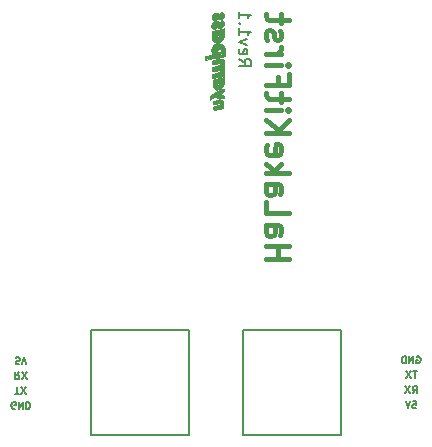
<source format=gbo>
G04 #@! TF.GenerationSoftware,KiCad,Pcbnew,no-vcs-found-7452~57~ubuntu16.10.1*
G04 #@! TF.CreationDate,2017-01-19T15:17:35+09:00*
G04 #@! TF.ProjectId,halakekit_first_break,68616C616B656B69745F66697273745F,rev?*
G04 #@! TF.FileFunction,Legend,Bot*
G04 #@! TF.FilePolarity,Positive*
%FSLAX46Y46*%
G04 Gerber Fmt 4.6, Leading zero omitted, Abs format (unit mm)*
G04 Created by KiCad (PCBNEW no-vcs-found-7452~57~ubuntu16.10.1) date Thu Jan 19 15:17:35 2017*
%MOMM*%
%LPD*%
G01*
G04 APERTURE LIST*
%ADD10C,0.100000*%
%ADD11C,0.200000*%
%ADD12C,0.400000*%
%ADD13C,0.150000*%
%ADD14C,0.010000*%
%ADD15C,1.924000*%
%ADD16O,2.432000X2.127200*%
%ADD17O,2.127200X2.432000*%
%ADD18O,2.400000X2.100000*%
%ADD19O,2.400000X1.400000*%
%ADD20C,2.100000*%
G04 APERTURE END LIST*
D10*
D11*
X146715219Y-118632076D02*
X147191409Y-118965409D01*
X146715219Y-119203504D02*
X147715219Y-119203504D01*
X147715219Y-118822552D01*
X147667600Y-118727314D01*
X147619980Y-118679695D01*
X147524742Y-118632076D01*
X147381885Y-118632076D01*
X147286647Y-118679695D01*
X147239028Y-118727314D01*
X147191409Y-118822552D01*
X147191409Y-119203504D01*
X146762838Y-117822552D02*
X146715219Y-117917790D01*
X146715219Y-118108266D01*
X146762838Y-118203504D01*
X146858076Y-118251123D01*
X147239028Y-118251123D01*
X147334266Y-118203504D01*
X147381885Y-118108266D01*
X147381885Y-117917790D01*
X147334266Y-117822552D01*
X147239028Y-117774933D01*
X147143790Y-117774933D01*
X147048552Y-118251123D01*
X147381885Y-117441600D02*
X146715219Y-117203504D01*
X147381885Y-116965409D01*
X146715219Y-116060647D02*
X146715219Y-116632076D01*
X146715219Y-116346361D02*
X147715219Y-116346361D01*
X147572361Y-116441600D01*
X147477123Y-116536838D01*
X147429504Y-116632076D01*
X146810457Y-115632076D02*
X146762838Y-115584457D01*
X146715219Y-115632076D01*
X146762838Y-115679695D01*
X146810457Y-115632076D01*
X146715219Y-115632076D01*
X146715219Y-114632076D02*
X146715219Y-115203504D01*
X146715219Y-114917790D02*
X147715219Y-114917790D01*
X147572361Y-115013028D01*
X147477123Y-115108266D01*
X147429504Y-115203504D01*
D12*
X148955238Y-135612495D02*
X150955238Y-135612495D01*
X150002857Y-135612495D02*
X150002857Y-134469638D01*
X148955238Y-134469638D02*
X150955238Y-134469638D01*
X148955238Y-132660114D02*
X150002857Y-132660114D01*
X150193333Y-132755352D01*
X150288571Y-132945828D01*
X150288571Y-133326780D01*
X150193333Y-133517257D01*
X149050476Y-132660114D02*
X148955238Y-132850590D01*
X148955238Y-133326780D01*
X149050476Y-133517257D01*
X149240952Y-133612495D01*
X149431428Y-133612495D01*
X149621904Y-133517257D01*
X149717142Y-133326780D01*
X149717142Y-132850590D01*
X149812380Y-132660114D01*
X148955238Y-130755352D02*
X148955238Y-131707733D01*
X150955238Y-131707733D01*
X148955238Y-129231542D02*
X150002857Y-129231542D01*
X150193333Y-129326780D01*
X150288571Y-129517257D01*
X150288571Y-129898209D01*
X150193333Y-130088685D01*
X149050476Y-129231542D02*
X148955238Y-129422019D01*
X148955238Y-129898209D01*
X149050476Y-130088685D01*
X149240952Y-130183923D01*
X149431428Y-130183923D01*
X149621904Y-130088685D01*
X149717142Y-129898209D01*
X149717142Y-129422019D01*
X149812380Y-129231542D01*
X148955238Y-128279161D02*
X150955238Y-128279161D01*
X149717142Y-128088685D02*
X148955238Y-127517257D01*
X150288571Y-127517257D02*
X149526666Y-128279161D01*
X149050476Y-125898209D02*
X148955238Y-126088685D01*
X148955238Y-126469638D01*
X149050476Y-126660114D01*
X149240952Y-126755352D01*
X150002857Y-126755352D01*
X150193333Y-126660114D01*
X150288571Y-126469638D01*
X150288571Y-126088685D01*
X150193333Y-125898209D01*
X150002857Y-125802971D01*
X149812380Y-125802971D01*
X149621904Y-126755352D01*
X148955238Y-124945828D02*
X150955238Y-124945828D01*
X148955238Y-123802971D02*
X150098095Y-124660114D01*
X150955238Y-123802971D02*
X149812380Y-124945828D01*
X148955238Y-122945828D02*
X150288571Y-122945828D01*
X150955238Y-122945828D02*
X150860000Y-123041066D01*
X150764761Y-122945828D01*
X150860000Y-122850590D01*
X150955238Y-122945828D01*
X150764761Y-122945828D01*
X150288571Y-122279161D02*
X150288571Y-121517257D01*
X150955238Y-121993447D02*
X149240952Y-121993447D01*
X149050476Y-121898209D01*
X148955238Y-121707733D01*
X148955238Y-121517257D01*
X150002857Y-120183923D02*
X150002857Y-120850590D01*
X148955238Y-120850590D02*
X150955238Y-120850590D01*
X150955238Y-119898209D01*
X148955238Y-119136304D02*
X150288571Y-119136304D01*
X150955238Y-119136304D02*
X150860000Y-119231542D01*
X150764761Y-119136304D01*
X150860000Y-119041066D01*
X150955238Y-119136304D01*
X150764761Y-119136304D01*
X148955238Y-118183923D02*
X150288571Y-118183923D01*
X149907619Y-118183923D02*
X150098095Y-118088685D01*
X150193333Y-117993447D01*
X150288571Y-117802971D01*
X150288571Y-117612495D01*
X149050476Y-117041066D02*
X148955238Y-116850590D01*
X148955238Y-116469638D01*
X149050476Y-116279161D01*
X149240952Y-116183923D01*
X149336190Y-116183923D01*
X149526666Y-116279161D01*
X149621904Y-116469638D01*
X149621904Y-116755352D01*
X149717142Y-116945828D01*
X149907619Y-117041066D01*
X150002857Y-117041066D01*
X150193333Y-116945828D01*
X150288571Y-116755352D01*
X150288571Y-116469638D01*
X150193333Y-116279161D01*
X150288571Y-115612495D02*
X150288571Y-114850590D01*
X150955238Y-115326780D02*
X149240952Y-115326780D01*
X149050476Y-115231542D01*
X148955238Y-115041066D01*
X148955238Y-114850590D01*
D11*
X147066000Y-141605000D02*
X155321000Y-141605000D01*
X155321000Y-141605000D02*
X155321000Y-150495000D01*
X155321000Y-150495000D02*
X147066000Y-150495000D01*
X147066000Y-150495000D02*
X147066000Y-141605000D01*
D13*
X161747142Y-143845000D02*
X161804285Y-143816428D01*
X161890000Y-143816428D01*
X161975714Y-143845000D01*
X162032857Y-143902142D01*
X162061428Y-143959285D01*
X162090000Y-144073571D01*
X162090000Y-144159285D01*
X162061428Y-144273571D01*
X162032857Y-144330714D01*
X161975714Y-144387857D01*
X161890000Y-144416428D01*
X161832857Y-144416428D01*
X161747142Y-144387857D01*
X161718571Y-144359285D01*
X161718571Y-144159285D01*
X161832857Y-144159285D01*
X161461428Y-144416428D02*
X161461428Y-143816428D01*
X161118571Y-144416428D01*
X161118571Y-143816428D01*
X160832857Y-144416428D02*
X160832857Y-143816428D01*
X160690000Y-143816428D01*
X160604285Y-143845000D01*
X160547142Y-143902142D01*
X160518571Y-143959285D01*
X160490000Y-144073571D01*
X160490000Y-144159285D01*
X160518571Y-144273571D01*
X160547142Y-144330714D01*
X160604285Y-144387857D01*
X160690000Y-144416428D01*
X160832857Y-144416428D01*
X161747142Y-145086428D02*
X161404285Y-145086428D01*
X161575714Y-145686428D02*
X161575714Y-145086428D01*
X161261428Y-145086428D02*
X160861428Y-145686428D01*
X160861428Y-145086428D02*
X161261428Y-145686428D01*
X161390000Y-146956428D02*
X161590000Y-146670714D01*
X161732857Y-146956428D02*
X161732857Y-146356428D01*
X161504285Y-146356428D01*
X161447142Y-146385000D01*
X161418571Y-146413571D01*
X161390000Y-146470714D01*
X161390000Y-146556428D01*
X161418571Y-146613571D01*
X161447142Y-146642142D01*
X161504285Y-146670714D01*
X161732857Y-146670714D01*
X161190000Y-146356428D02*
X160790000Y-146956428D01*
X160790000Y-146356428D02*
X161190000Y-146956428D01*
X161404285Y-147626428D02*
X161690000Y-147626428D01*
X161718571Y-147912142D01*
X161690000Y-147883571D01*
X161632857Y-147855000D01*
X161490000Y-147855000D01*
X161432857Y-147883571D01*
X161404285Y-147912142D01*
X161375714Y-147969285D01*
X161375714Y-148112142D01*
X161404285Y-148169285D01*
X161432857Y-148197857D01*
X161490000Y-148226428D01*
X161632857Y-148226428D01*
X161690000Y-148197857D01*
X161718571Y-148169285D01*
X161204285Y-147626428D02*
X161004285Y-148226428D01*
X160804285Y-147626428D01*
X128092214Y-144473571D02*
X127806500Y-144473571D01*
X127777928Y-144187857D01*
X127806500Y-144216428D01*
X127863642Y-144245000D01*
X128006500Y-144245000D01*
X128063642Y-144216428D01*
X128092214Y-144187857D01*
X128120785Y-144130714D01*
X128120785Y-143987857D01*
X128092214Y-143930714D01*
X128063642Y-143902142D01*
X128006500Y-143873571D01*
X127863642Y-143873571D01*
X127806500Y-143902142D01*
X127777928Y-143930714D01*
X128292214Y-144473571D02*
X128492214Y-143873571D01*
X128692214Y-144473571D01*
X128106500Y-145143571D02*
X127906500Y-145429285D01*
X127763642Y-145143571D02*
X127763642Y-145743571D01*
X127992214Y-145743571D01*
X128049357Y-145715000D01*
X128077928Y-145686428D01*
X128106500Y-145629285D01*
X128106500Y-145543571D01*
X128077928Y-145486428D01*
X128049357Y-145457857D01*
X127992214Y-145429285D01*
X127763642Y-145429285D01*
X128306500Y-145743571D02*
X128706500Y-145143571D01*
X128706500Y-145743571D02*
X128306500Y-145143571D01*
X127749357Y-147013571D02*
X128092214Y-147013571D01*
X127920785Y-146413571D02*
X127920785Y-147013571D01*
X128235071Y-147013571D02*
X128635071Y-146413571D01*
X128635071Y-147013571D02*
X128235071Y-146413571D01*
X127749357Y-148255000D02*
X127692214Y-148283571D01*
X127606500Y-148283571D01*
X127520785Y-148255000D01*
X127463642Y-148197857D01*
X127435071Y-148140714D01*
X127406500Y-148026428D01*
X127406500Y-147940714D01*
X127435071Y-147826428D01*
X127463642Y-147769285D01*
X127520785Y-147712142D01*
X127606500Y-147683571D01*
X127663642Y-147683571D01*
X127749357Y-147712142D01*
X127777928Y-147740714D01*
X127777928Y-147940714D01*
X127663642Y-147940714D01*
X128035071Y-147683571D02*
X128035071Y-148283571D01*
X128377928Y-147683571D01*
X128377928Y-148283571D01*
X128663642Y-147683571D02*
X128663642Y-148283571D01*
X128806500Y-148283571D01*
X128892214Y-148255000D01*
X128949357Y-148197857D01*
X128977928Y-148140714D01*
X129006500Y-148026428D01*
X129006500Y-147940714D01*
X128977928Y-147826428D01*
X128949357Y-147769285D01*
X128892214Y-147712142D01*
X128806500Y-147683571D01*
X128663642Y-147683571D01*
D11*
X142430500Y-141605000D02*
X142430500Y-150495000D01*
X134175500Y-141605000D02*
X142430500Y-141605000D01*
X134175500Y-150495000D02*
X134175500Y-141605000D01*
X142430500Y-150495000D02*
X134175500Y-150495000D01*
D14*
G36*
X145535673Y-118326246D02*
X145526137Y-118302920D01*
X145513476Y-118226596D01*
X145506681Y-118104562D01*
X145507160Y-117966601D01*
X145496545Y-117761855D01*
X145443835Y-117602372D01*
X145340381Y-117469009D01*
X145247240Y-117391251D01*
X145121504Y-117334817D01*
X144961542Y-117311961D01*
X144796814Y-117322734D01*
X144656783Y-117367189D01*
X144619803Y-117390157D01*
X144470873Y-117541712D01*
X144380418Y-117723046D01*
X144352561Y-117920152D01*
X144391422Y-118119021D01*
X144399419Y-118139146D01*
X144426485Y-118206413D01*
X144433236Y-118251840D01*
X144409038Y-118282677D01*
X144343256Y-118306175D01*
X144225254Y-118329582D01*
X144085378Y-118353239D01*
X143807543Y-118399923D01*
X143807543Y-118772204D01*
X144588842Y-118600774D01*
X144642115Y-118589116D01*
X144642115Y-117701863D01*
X144642115Y-117610530D01*
X144651698Y-117535966D01*
X144669329Y-117504629D01*
X144722700Y-117501743D01*
X144772287Y-117511559D01*
X144818034Y-117528933D01*
X144816297Y-117553738D01*
X144762716Y-117602936D01*
X144745073Y-117617460D01*
X144642115Y-117701863D01*
X144642115Y-118589116D01*
X144876768Y-118537761D01*
X145101455Y-118488455D01*
X145153950Y-118476653D01*
X145153950Y-118278480D01*
X145020089Y-118264371D01*
X144970166Y-118252059D01*
X144920615Y-118235434D01*
X144920691Y-118217321D01*
X144977446Y-118187585D01*
X145027052Y-118166167D01*
X145027052Y-118089320D01*
X144930608Y-118073260D01*
X144870816Y-118014063D01*
X144857762Y-117933357D01*
X144901529Y-117852768D01*
X144912260Y-117843144D01*
X144988578Y-117812968D01*
X145048332Y-117811486D01*
X145106043Y-117832827D01*
X145129108Y-117889336D01*
X145131972Y-117950343D01*
X145124715Y-118037179D01*
X145090825Y-118076014D01*
X145027052Y-118089320D01*
X145027052Y-118166167D01*
X145031173Y-118164387D01*
X145145347Y-118096751D01*
X145228072Y-118012737D01*
X145236883Y-117998247D01*
X145292352Y-117895915D01*
X145293309Y-118004772D01*
X145281816Y-118155372D01*
X145238278Y-118244378D01*
X145153950Y-118278480D01*
X145153950Y-118476653D01*
X145270429Y-118450465D01*
X145391214Y-118421399D01*
X145471335Y-118398867D01*
X145518316Y-118380476D01*
X145539683Y-118363837D01*
X145542960Y-118346557D01*
X145535673Y-118326246D01*
X145535673Y-118326246D01*
G37*
X145535673Y-118326246D02*
X145526137Y-118302920D01*
X145513476Y-118226596D01*
X145506681Y-118104562D01*
X145507160Y-117966601D01*
X145496545Y-117761855D01*
X145443835Y-117602372D01*
X145340381Y-117469009D01*
X145247240Y-117391251D01*
X145121504Y-117334817D01*
X144961542Y-117311961D01*
X144796814Y-117322734D01*
X144656783Y-117367189D01*
X144619803Y-117390157D01*
X144470873Y-117541712D01*
X144380418Y-117723046D01*
X144352561Y-117920152D01*
X144391422Y-118119021D01*
X144399419Y-118139146D01*
X144426485Y-118206413D01*
X144433236Y-118251840D01*
X144409038Y-118282677D01*
X144343256Y-118306175D01*
X144225254Y-118329582D01*
X144085378Y-118353239D01*
X143807543Y-118399923D01*
X143807543Y-118772204D01*
X144588842Y-118600774D01*
X144642115Y-118589116D01*
X144642115Y-117701863D01*
X144642115Y-117610530D01*
X144651698Y-117535966D01*
X144669329Y-117504629D01*
X144722700Y-117501743D01*
X144772287Y-117511559D01*
X144818034Y-117528933D01*
X144816297Y-117553738D01*
X144762716Y-117602936D01*
X144745073Y-117617460D01*
X144642115Y-117701863D01*
X144642115Y-118589116D01*
X144876768Y-118537761D01*
X145101455Y-118488455D01*
X145153950Y-118476653D01*
X145153950Y-118278480D01*
X145020089Y-118264371D01*
X144970166Y-118252059D01*
X144920615Y-118235434D01*
X144920691Y-118217321D01*
X144977446Y-118187585D01*
X145027052Y-118166167D01*
X145027052Y-118089320D01*
X144930608Y-118073260D01*
X144870816Y-118014063D01*
X144857762Y-117933357D01*
X144901529Y-117852768D01*
X144912260Y-117843144D01*
X144988578Y-117812968D01*
X145048332Y-117811486D01*
X145106043Y-117832827D01*
X145129108Y-117889336D01*
X145131972Y-117950343D01*
X145124715Y-118037179D01*
X145090825Y-118076014D01*
X145027052Y-118089320D01*
X145027052Y-118166167D01*
X145031173Y-118164387D01*
X145145347Y-118096751D01*
X145228072Y-118012737D01*
X145236883Y-117998247D01*
X145292352Y-117895915D01*
X145293309Y-118004772D01*
X145281816Y-118155372D01*
X145238278Y-118244378D01*
X145153950Y-118278480D01*
X145153950Y-118476653D01*
X145270429Y-118450465D01*
X145391214Y-118421399D01*
X145471335Y-118398867D01*
X145518316Y-118380476D01*
X145539683Y-118363837D01*
X145542960Y-118346557D01*
X145535673Y-118326246D01*
G36*
X145402616Y-121221913D02*
X145392858Y-121178933D01*
X145366947Y-121158852D01*
X145316990Y-121163843D01*
X145235094Y-121196078D01*
X145113365Y-121257730D01*
X144943911Y-121350972D01*
X144731700Y-121470696D01*
X144206686Y-121767825D01*
X144206686Y-121927370D01*
X144210484Y-122023482D01*
X144220068Y-122080316D01*
X144225379Y-122086915D01*
X144264294Y-122070412D01*
X144347325Y-122027364D01*
X144445259Y-121973371D01*
X144646447Y-121859828D01*
X145010095Y-121932348D01*
X145185115Y-121965787D01*
X145300546Y-121980114D01*
X145367813Y-121971162D01*
X145398343Y-121934763D01*
X145403563Y-121866750D01*
X145397600Y-121791012D01*
X145378166Y-121703520D01*
X145331105Y-121665037D01*
X145295258Y-121657485D01*
X145201353Y-121633877D01*
X145178395Y-121596617D01*
X145226152Y-121544060D01*
X145274805Y-121512514D01*
X145359149Y-121453665D01*
X145395935Y-121389995D01*
X145404113Y-121288257D01*
X145404115Y-121285621D01*
X145402616Y-121221913D01*
X145402616Y-121221913D01*
G37*
X145402616Y-121221913D02*
X145392858Y-121178933D01*
X145366947Y-121158852D01*
X145316990Y-121163843D01*
X145235094Y-121196078D01*
X145113365Y-121257730D01*
X144943911Y-121350972D01*
X144731700Y-121470696D01*
X144206686Y-121767825D01*
X144206686Y-121927370D01*
X144210484Y-122023482D01*
X144220068Y-122080316D01*
X144225379Y-122086915D01*
X144264294Y-122070412D01*
X144347325Y-122027364D01*
X144445259Y-121973371D01*
X144646447Y-121859828D01*
X145010095Y-121932348D01*
X145185115Y-121965787D01*
X145300546Y-121980114D01*
X145367813Y-121971162D01*
X145398343Y-121934763D01*
X145403563Y-121866750D01*
X145397600Y-121791012D01*
X145378166Y-121703520D01*
X145331105Y-121665037D01*
X145295258Y-121657485D01*
X145201353Y-121633877D01*
X145178395Y-121596617D01*
X145226152Y-121544060D01*
X145274805Y-121512514D01*
X145359149Y-121453665D01*
X145395935Y-121389995D01*
X145404113Y-121288257D01*
X145404115Y-121285621D01*
X145402616Y-121221913D01*
G36*
X145401557Y-115491385D02*
X145365195Y-115433380D01*
X145280297Y-115352480D01*
X145208728Y-115342859D01*
X145150223Y-115404586D01*
X145114421Y-115498941D01*
X145069297Y-115660111D01*
X144979480Y-115553370D01*
X144877081Y-115468003D01*
X144782230Y-115446629D01*
X144630048Y-115474310D01*
X144504054Y-115548055D01*
X144412180Y-115653911D01*
X144362356Y-115777928D01*
X144362516Y-115906156D01*
X144420589Y-116024644D01*
X144440894Y-116046993D01*
X144541016Y-116122140D01*
X144622238Y-116127407D01*
X144685918Y-116062597D01*
X144709967Y-116008445D01*
X144732829Y-115945222D01*
X144732829Y-115845772D01*
X144714686Y-115827629D01*
X144732829Y-115809486D01*
X144750972Y-115827629D01*
X144732829Y-115845772D01*
X144732829Y-115945222D01*
X144756112Y-115880833D01*
X144849150Y-115954017D01*
X144949479Y-116012480D01*
X145053945Y-116021396D01*
X145187129Y-115982264D01*
X145203299Y-115975630D01*
X145329187Y-115889740D01*
X145407924Y-115767907D01*
X145433913Y-115628875D01*
X145401557Y-115491385D01*
X145401557Y-115491385D01*
G37*
X145401557Y-115491385D02*
X145365195Y-115433380D01*
X145280297Y-115352480D01*
X145208728Y-115342859D01*
X145150223Y-115404586D01*
X145114421Y-115498941D01*
X145069297Y-115660111D01*
X144979480Y-115553370D01*
X144877081Y-115468003D01*
X144782230Y-115446629D01*
X144630048Y-115474310D01*
X144504054Y-115548055D01*
X144412180Y-115653911D01*
X144362356Y-115777928D01*
X144362516Y-115906156D01*
X144420589Y-116024644D01*
X144440894Y-116046993D01*
X144541016Y-116122140D01*
X144622238Y-116127407D01*
X144685918Y-116062597D01*
X144709967Y-116008445D01*
X144732829Y-115945222D01*
X144732829Y-115845772D01*
X144714686Y-115827629D01*
X144732829Y-115809486D01*
X144750972Y-115827629D01*
X144732829Y-115845772D01*
X144732829Y-115945222D01*
X144756112Y-115880833D01*
X144849150Y-115954017D01*
X144949479Y-116012480D01*
X145053945Y-116021396D01*
X145187129Y-115982264D01*
X145203299Y-115975630D01*
X145329187Y-115889740D01*
X145407924Y-115767907D01*
X145433913Y-115628875D01*
X145401557Y-115491385D01*
G36*
X145425292Y-116160366D02*
X145415710Y-116082489D01*
X145406033Y-116063486D01*
X145360040Y-116070753D01*
X145260015Y-116090174D01*
X145122773Y-116118184D01*
X144965131Y-116151215D01*
X144803903Y-116185702D01*
X144655907Y-116218076D01*
X144537958Y-116244771D01*
X144466872Y-116262221D01*
X144460686Y-116264003D01*
X144433907Y-116287904D01*
X144415931Y-116348236D01*
X144404717Y-116456948D01*
X144398224Y-116625991D01*
X144398126Y-116630143D01*
X144389995Y-116979767D01*
X144512426Y-117102198D01*
X144609913Y-117184226D01*
X144702928Y-117219162D01*
X144774557Y-117223832D01*
X144859461Y-117209065D01*
X144859461Y-116807226D01*
X144802301Y-116766904D01*
X144794219Y-116686300D01*
X144814933Y-116616591D01*
X144870659Y-116591581D01*
X144914257Y-116589629D01*
X144997489Y-116603278D01*
X145031602Y-116652523D01*
X145033937Y-116665376D01*
X145016465Y-116753168D01*
X144950544Y-116806356D01*
X144859461Y-116807226D01*
X144859461Y-117209065D01*
X144971102Y-117189646D01*
X145157698Y-117098198D01*
X145307724Y-116962855D01*
X145316441Y-116951725D01*
X145363523Y-116884995D01*
X145394247Y-116821024D01*
X145412646Y-116741493D01*
X145422754Y-116628086D01*
X145428603Y-116462486D01*
X145429173Y-116439775D01*
X145430089Y-116284483D01*
X145425292Y-116160366D01*
X145425292Y-116160366D01*
G37*
X145425292Y-116160366D02*
X145415710Y-116082489D01*
X145406033Y-116063486D01*
X145360040Y-116070753D01*
X145260015Y-116090174D01*
X145122773Y-116118184D01*
X144965131Y-116151215D01*
X144803903Y-116185702D01*
X144655907Y-116218076D01*
X144537958Y-116244771D01*
X144466872Y-116262221D01*
X144460686Y-116264003D01*
X144433907Y-116287904D01*
X144415931Y-116348236D01*
X144404717Y-116456948D01*
X144398224Y-116625991D01*
X144398126Y-116630143D01*
X144389995Y-116979767D01*
X144512426Y-117102198D01*
X144609913Y-117184226D01*
X144702928Y-117219162D01*
X144774557Y-117223832D01*
X144859461Y-117209065D01*
X144859461Y-116807226D01*
X144802301Y-116766904D01*
X144794219Y-116686300D01*
X144814933Y-116616591D01*
X144870659Y-116591581D01*
X144914257Y-116589629D01*
X144997489Y-116603278D01*
X145031602Y-116652523D01*
X145033937Y-116665376D01*
X145016465Y-116753168D01*
X144950544Y-116806356D01*
X144859461Y-116807226D01*
X144859461Y-117209065D01*
X144971102Y-117189646D01*
X145157698Y-117098198D01*
X145307724Y-116962855D01*
X145316441Y-116951725D01*
X145363523Y-116884995D01*
X145394247Y-116821024D01*
X145412646Y-116741493D01*
X145422754Y-116628086D01*
X145428603Y-116462486D01*
X145429173Y-116439775D01*
X145430089Y-116284483D01*
X145425292Y-116160366D01*
G36*
X145421266Y-114834948D02*
X145377235Y-114731749D01*
X145297436Y-114666853D01*
X145251691Y-114655203D01*
X145186375Y-114656197D01*
X145150973Y-114691671D01*
X145127055Y-114780348D01*
X145126684Y-114782203D01*
X145110713Y-114880581D01*
X145106087Y-114948853D01*
X145107011Y-114956772D01*
X145093680Y-114955949D01*
X145050757Y-114908461D01*
X145036695Y-114890438D01*
X144922992Y-114781327D01*
X144799185Y-114742862D01*
X144664614Y-114771184D01*
X144521240Y-114860339D01*
X144429557Y-114978590D01*
X144394693Y-115112092D01*
X144421777Y-115246996D01*
X144463320Y-115314735D01*
X144529014Y-115371097D01*
X144607905Y-115405638D01*
X144677014Y-115412720D01*
X144713365Y-115386704D01*
X144714686Y-115376420D01*
X144726621Y-115319750D01*
X144732829Y-115301158D01*
X144732829Y-115120058D01*
X144714686Y-115101915D01*
X144732829Y-115083772D01*
X144750972Y-115101915D01*
X144732829Y-115120058D01*
X144732829Y-115301158D01*
X144750321Y-115248769D01*
X144785956Y-115155042D01*
X144863391Y-115232477D01*
X144963261Y-115285574D01*
X145091532Y-115291562D01*
X145223477Y-115252771D01*
X145316411Y-115189800D01*
X145393089Y-115082431D01*
X145427295Y-114957995D01*
X145421266Y-114834948D01*
X145421266Y-114834948D01*
G37*
X145421266Y-114834948D02*
X145377235Y-114731749D01*
X145297436Y-114666853D01*
X145251691Y-114655203D01*
X145186375Y-114656197D01*
X145150973Y-114691671D01*
X145127055Y-114780348D01*
X145126684Y-114782203D01*
X145110713Y-114880581D01*
X145106087Y-114948853D01*
X145107011Y-114956772D01*
X145093680Y-114955949D01*
X145050757Y-114908461D01*
X145036695Y-114890438D01*
X144922992Y-114781327D01*
X144799185Y-114742862D01*
X144664614Y-114771184D01*
X144521240Y-114860339D01*
X144429557Y-114978590D01*
X144394693Y-115112092D01*
X144421777Y-115246996D01*
X144463320Y-115314735D01*
X144529014Y-115371097D01*
X144607905Y-115405638D01*
X144677014Y-115412720D01*
X144713365Y-115386704D01*
X144714686Y-115376420D01*
X144726621Y-115319750D01*
X144732829Y-115301158D01*
X144732829Y-115120058D01*
X144714686Y-115101915D01*
X144732829Y-115083772D01*
X144750972Y-115101915D01*
X144732829Y-115120058D01*
X144732829Y-115301158D01*
X144750321Y-115248769D01*
X144785956Y-115155042D01*
X144863391Y-115232477D01*
X144963261Y-115285574D01*
X145091532Y-115291562D01*
X145223477Y-115252771D01*
X145316411Y-115189800D01*
X145393089Y-115082431D01*
X145427295Y-114957995D01*
X145421266Y-114834948D01*
G36*
X145439323Y-120266951D02*
X145428457Y-120228033D01*
X145396351Y-120208936D01*
X145331552Y-120208295D01*
X145222608Y-120224742D01*
X145058069Y-120256913D01*
X144981752Y-120272336D01*
X144776806Y-120313512D01*
X144632613Y-120343689D01*
X144539059Y-120367504D01*
X144486029Y-120389597D01*
X144463411Y-120414603D01*
X144461089Y-120447160D01*
X144468950Y-120491907D01*
X144471449Y-120506324D01*
X144477236Y-120632603D01*
X144464073Y-120749444D01*
X144453964Y-120872971D01*
X144467445Y-120986989D01*
X144536644Y-121127247D01*
X144653447Y-121214587D01*
X144812296Y-121245489D01*
X144871603Y-121242836D01*
X144941309Y-121226070D01*
X144941309Y-120888196D01*
X144870797Y-120869034D01*
X144836419Y-120833991D01*
X144811076Y-120752178D01*
X144839994Y-120679874D01*
X144909073Y-120642215D01*
X144943927Y-120642356D01*
X145002709Y-120668946D01*
X145022582Y-120739141D01*
X145023115Y-120761989D01*
X144999136Y-120849794D01*
X144941309Y-120888196D01*
X144941309Y-121226070D01*
X145055684Y-121198560D01*
X145207711Y-121098714D01*
X145325704Y-120958721D01*
X145378504Y-120864217D01*
X145398703Y-120766253D01*
X145395290Y-120644557D01*
X145391929Y-120538389D01*
X145399639Y-120469233D01*
X145410201Y-120454057D01*
X145430167Y-120422141D01*
X145440141Y-120343667D01*
X145440400Y-120327057D01*
X145439323Y-120266951D01*
X145439323Y-120266951D01*
G37*
X145439323Y-120266951D02*
X145428457Y-120228033D01*
X145396351Y-120208936D01*
X145331552Y-120208295D01*
X145222608Y-120224742D01*
X145058069Y-120256913D01*
X144981752Y-120272336D01*
X144776806Y-120313512D01*
X144632613Y-120343689D01*
X144539059Y-120367504D01*
X144486029Y-120389597D01*
X144463411Y-120414603D01*
X144461089Y-120447160D01*
X144468950Y-120491907D01*
X144471449Y-120506324D01*
X144477236Y-120632603D01*
X144464073Y-120749444D01*
X144453964Y-120872971D01*
X144467445Y-120986989D01*
X144536644Y-121127247D01*
X144653447Y-121214587D01*
X144812296Y-121245489D01*
X144871603Y-121242836D01*
X144941309Y-121226070D01*
X144941309Y-120888196D01*
X144870797Y-120869034D01*
X144836419Y-120833991D01*
X144811076Y-120752178D01*
X144839994Y-120679874D01*
X144909073Y-120642215D01*
X144943927Y-120642356D01*
X145002709Y-120668946D01*
X145022582Y-120739141D01*
X145023115Y-120761989D01*
X144999136Y-120849794D01*
X144941309Y-120888196D01*
X144941309Y-121226070D01*
X145055684Y-121198560D01*
X145207711Y-121098714D01*
X145325704Y-120958721D01*
X145378504Y-120864217D01*
X145398703Y-120766253D01*
X145395290Y-120644557D01*
X145391929Y-120538389D01*
X145399639Y-120469233D01*
X145410201Y-120454057D01*
X145430167Y-120422141D01*
X145440141Y-120343667D01*
X145440400Y-120327057D01*
X145439323Y-120266951D01*
G36*
X145432023Y-118811951D02*
X145349793Y-118687058D01*
X145321953Y-118663430D01*
X145265673Y-118626120D01*
X145210171Y-118608276D01*
X145134149Y-118608200D01*
X145016307Y-118624189D01*
X144955719Y-118634193D01*
X144802660Y-118661880D01*
X144658946Y-118691188D01*
X144556566Y-118715547D01*
X144477935Y-118741232D01*
X144438982Y-118776534D01*
X144425780Y-118844235D01*
X144424400Y-118931763D01*
X144429344Y-119034826D01*
X144441971Y-119100065D01*
X144451615Y-119111951D01*
X144498014Y-119104434D01*
X144595002Y-119084185D01*
X144722596Y-119055400D01*
X144737457Y-119051935D01*
X144910955Y-119017693D01*
X145023738Y-119011974D01*
X145082236Y-119035769D01*
X145092879Y-119090070D01*
X145089440Y-119106198D01*
X145060418Y-119150298D01*
X144990326Y-119187929D01*
X144865834Y-119225438D01*
X144811042Y-119238754D01*
X144674248Y-119271117D01*
X144559414Y-119298845D01*
X144490169Y-119316228D01*
X144487900Y-119316839D01*
X144447860Y-119344985D01*
X144428627Y-119412675D01*
X144424400Y-119513074D01*
X144430824Y-119615767D01*
X144447226Y-119680506D01*
X144459655Y-119692058D01*
X144509943Y-119684703D01*
X144610964Y-119665242D01*
X144742671Y-119637580D01*
X144769444Y-119631733D01*
X144927391Y-119601382D01*
X145027271Y-119593599D01*
X145079759Y-119607685D01*
X145083722Y-119611151D01*
X145112525Y-119670823D01*
X145073005Y-119725681D01*
X144963672Y-119776882D01*
X144817384Y-119817772D01*
X144679139Y-119850501D01*
X144562849Y-119878576D01*
X144491699Y-119896393D01*
X144487900Y-119897411D01*
X144447860Y-119925556D01*
X144428627Y-119993246D01*
X144424400Y-120093646D01*
X144433282Y-120216885D01*
X144459928Y-120269773D01*
X144469757Y-120272002D01*
X144525281Y-120263743D01*
X144631262Y-120242224D01*
X144771420Y-120211301D01*
X144929474Y-120174828D01*
X145089145Y-120136661D01*
X145234153Y-120100654D01*
X145348216Y-120070663D01*
X145415055Y-120050542D01*
X145425421Y-120045704D01*
X145439963Y-119996832D01*
X145450887Y-119896795D01*
X145457666Y-119766933D01*
X145459774Y-119628587D01*
X145456683Y-119503097D01*
X145447868Y-119411804D01*
X145441676Y-119386983D01*
X145428548Y-119280541D01*
X145447068Y-119154091D01*
X145465944Y-118973494D01*
X145432023Y-118811951D01*
X145432023Y-118811951D01*
G37*
X145432023Y-118811951D02*
X145349793Y-118687058D01*
X145321953Y-118663430D01*
X145265673Y-118626120D01*
X145210171Y-118608276D01*
X145134149Y-118608200D01*
X145016307Y-118624189D01*
X144955719Y-118634193D01*
X144802660Y-118661880D01*
X144658946Y-118691188D01*
X144556566Y-118715547D01*
X144477935Y-118741232D01*
X144438982Y-118776534D01*
X144425780Y-118844235D01*
X144424400Y-118931763D01*
X144429344Y-119034826D01*
X144441971Y-119100065D01*
X144451615Y-119111951D01*
X144498014Y-119104434D01*
X144595002Y-119084185D01*
X144722596Y-119055400D01*
X144737457Y-119051935D01*
X144910955Y-119017693D01*
X145023738Y-119011974D01*
X145082236Y-119035769D01*
X145092879Y-119090070D01*
X145089440Y-119106198D01*
X145060418Y-119150298D01*
X144990326Y-119187929D01*
X144865834Y-119225438D01*
X144811042Y-119238754D01*
X144674248Y-119271117D01*
X144559414Y-119298845D01*
X144490169Y-119316228D01*
X144487900Y-119316839D01*
X144447860Y-119344985D01*
X144428627Y-119412675D01*
X144424400Y-119513074D01*
X144430824Y-119615767D01*
X144447226Y-119680506D01*
X144459655Y-119692058D01*
X144509943Y-119684703D01*
X144610964Y-119665242D01*
X144742671Y-119637580D01*
X144769444Y-119631733D01*
X144927391Y-119601382D01*
X145027271Y-119593599D01*
X145079759Y-119607685D01*
X145083722Y-119611151D01*
X145112525Y-119670823D01*
X145073005Y-119725681D01*
X144963672Y-119776882D01*
X144817384Y-119817772D01*
X144679139Y-119850501D01*
X144562849Y-119878576D01*
X144491699Y-119896393D01*
X144487900Y-119897411D01*
X144447860Y-119925556D01*
X144428627Y-119993246D01*
X144424400Y-120093646D01*
X144433282Y-120216885D01*
X144459928Y-120269773D01*
X144469757Y-120272002D01*
X144525281Y-120263743D01*
X144631262Y-120242224D01*
X144771420Y-120211301D01*
X144929474Y-120174828D01*
X145089145Y-120136661D01*
X145234153Y-120100654D01*
X145348216Y-120070663D01*
X145415055Y-120050542D01*
X145425421Y-120045704D01*
X145439963Y-119996832D01*
X145450887Y-119896795D01*
X145457666Y-119766933D01*
X145459774Y-119628587D01*
X145456683Y-119503097D01*
X145447868Y-119411804D01*
X145441676Y-119386983D01*
X145428548Y-119280541D01*
X145447068Y-119154091D01*
X145465944Y-118973494D01*
X145432023Y-118811951D01*
G36*
X145362880Y-122254272D02*
X145317254Y-122166434D01*
X145248500Y-122106747D01*
X145174230Y-122078046D01*
X145067768Y-122073409D01*
X144918567Y-122093771D01*
X144716078Y-122140067D01*
X144636346Y-122161039D01*
X144546357Y-122191024D01*
X144506826Y-122233097D01*
X144497143Y-122314062D01*
X144496972Y-122342313D01*
X144498785Y-122418140D01*
X144513362Y-122462263D01*
X144554409Y-122478665D01*
X144635633Y-122471327D01*
X144770741Y-122444234D01*
X144815037Y-122434734D01*
X144934642Y-122413735D01*
X145023353Y-122406872D01*
X145060084Y-122414591D01*
X145065475Y-122478785D01*
X145010779Y-122535129D01*
X144908336Y-122571247D01*
X144902946Y-122572174D01*
X144771073Y-122598454D01*
X144637091Y-122631455D01*
X144633043Y-122632588D01*
X144544879Y-122663527D01*
X144506347Y-122707027D01*
X144497098Y-122790267D01*
X144496972Y-122814335D01*
X144507665Y-122915814D01*
X144537662Y-122957531D01*
X144542329Y-122958051D01*
X144594827Y-122951188D01*
X144701577Y-122932402D01*
X144845825Y-122904763D01*
X144973945Y-122878962D01*
X145360205Y-122799593D01*
X145376520Y-122561182D01*
X145381146Y-122380565D01*
X145362880Y-122254272D01*
X145362880Y-122254272D01*
G37*
X145362880Y-122254272D02*
X145317254Y-122166434D01*
X145248500Y-122106747D01*
X145174230Y-122078046D01*
X145067768Y-122073409D01*
X144918567Y-122093771D01*
X144716078Y-122140067D01*
X144636346Y-122161039D01*
X144546357Y-122191024D01*
X144506826Y-122233097D01*
X144497143Y-122314062D01*
X144496972Y-122342313D01*
X144498785Y-122418140D01*
X144513362Y-122462263D01*
X144554409Y-122478665D01*
X144635633Y-122471327D01*
X144770741Y-122444234D01*
X144815037Y-122434734D01*
X144934642Y-122413735D01*
X145023353Y-122406872D01*
X145060084Y-122414591D01*
X145065475Y-122478785D01*
X145010779Y-122535129D01*
X144908336Y-122571247D01*
X144902946Y-122572174D01*
X144771073Y-122598454D01*
X144637091Y-122631455D01*
X144633043Y-122632588D01*
X144544879Y-122663527D01*
X144506347Y-122707027D01*
X144497098Y-122790267D01*
X144496972Y-122814335D01*
X144507665Y-122915814D01*
X144537662Y-122957531D01*
X144542329Y-122958051D01*
X144594827Y-122951188D01*
X144701577Y-122932402D01*
X144845825Y-122904763D01*
X144973945Y-122878962D01*
X145360205Y-122799593D01*
X145376520Y-122561182D01*
X145381146Y-122380565D01*
X145362880Y-122254272D01*
%LPC*%
D15*
X142240000Y-106680000D03*
X142240000Y-109220000D03*
X142240000Y-111760000D03*
X142240000Y-114300000D03*
X142240000Y-116840000D03*
X142240000Y-119380000D03*
X142240000Y-121920000D03*
X142240000Y-124460000D03*
X142240000Y-127000000D03*
X142240000Y-129540000D03*
X142240000Y-132080000D03*
X142240000Y-134620000D03*
X157480000Y-134620000D03*
X157480000Y-132080000D03*
X157480000Y-129540000D03*
X157480000Y-127000000D03*
X157480000Y-124460000D03*
X157480000Y-121920000D03*
X157480000Y-119380000D03*
X157480000Y-116840000D03*
X157480000Y-114300000D03*
X157480000Y-111760000D03*
X157480000Y-109220000D03*
X157480000Y-106680000D03*
D16*
X127000000Y-106680000D03*
X127000000Y-109220000D03*
D17*
X127000000Y-137160000D03*
X127000000Y-134620000D03*
X127000000Y-132080000D03*
X127000000Y-129540000D03*
X127000000Y-127000000D03*
X127000000Y-124460000D03*
X127000000Y-121920000D03*
X127000000Y-119380000D03*
X127000000Y-116840000D03*
X127000000Y-114300000D03*
X124460000Y-137160000D03*
X124460000Y-134620000D03*
X124460000Y-132080000D03*
X124460000Y-129540000D03*
X124460000Y-127000000D03*
X124460000Y-124460000D03*
X124460000Y-121920000D03*
X124460000Y-119380000D03*
X124460000Y-116840000D03*
X124460000Y-114300000D03*
D16*
X160020000Y-106680000D03*
X160020000Y-109220000D03*
X160020000Y-111760000D03*
X160020000Y-114300000D03*
X160020000Y-116840000D03*
X160020000Y-119380000D03*
X160020000Y-121920000D03*
X160020000Y-124460000D03*
X160020000Y-127000000D03*
X160020000Y-129540000D03*
X160020000Y-132080000D03*
X160020000Y-134620000D03*
D18*
X134620000Y-114300000D03*
X137160000Y-114300000D03*
X129540000Y-114300000D03*
X132080000Y-114300000D03*
X132080000Y-116840000D03*
X129540000Y-116840000D03*
X137160000Y-116840000D03*
X134620000Y-116840000D03*
X134620000Y-119380000D03*
X137160000Y-119380000D03*
X129540000Y-119380000D03*
X132080000Y-119380000D03*
X132080000Y-132080000D03*
X129540000Y-132080000D03*
X137160000Y-132080000D03*
X134620000Y-132080000D03*
X134620000Y-121920000D03*
X137160000Y-121920000D03*
X129540000Y-121920000D03*
X132080000Y-121920000D03*
D16*
X139700000Y-114300000D03*
X139700000Y-116840000D03*
X139700000Y-119380000D03*
X139700000Y-121920000D03*
X139700000Y-124460000D03*
X139700000Y-127000000D03*
X139700000Y-129540000D03*
X139700000Y-132080000D03*
X139700000Y-134620000D03*
X139700000Y-137160000D03*
D19*
X130365500Y-147955000D03*
X130365500Y-146685000D03*
X130365500Y-145415000D03*
X130365500Y-144145000D03*
X159131000Y-147955000D03*
X159131000Y-146685000D03*
X159131000Y-145415000D03*
X159131000Y-144145000D03*
D16*
X132905500Y-144780000D03*
X132905500Y-142240000D03*
X132905500Y-149860000D03*
X132905500Y-147320000D03*
X156591000Y-144780000D03*
X156591000Y-142240000D03*
X156591000Y-149860000D03*
X156591000Y-147320000D03*
D18*
X132080000Y-124460000D03*
X129540000Y-124460000D03*
X137160000Y-124460000D03*
X134620000Y-124460000D03*
X134620000Y-127000000D03*
X137160000Y-127000000D03*
X129540000Y-127000000D03*
X132080000Y-127000000D03*
X132080000Y-134620000D03*
X129540000Y-134620000D03*
X137160000Y-134620000D03*
X134620000Y-134620000D03*
X134620000Y-129540000D03*
X137160000Y-129540000D03*
X129540000Y-129540000D03*
X132080000Y-129540000D03*
X132080000Y-137160000D03*
X129540000Y-137160000D03*
X137160000Y-137160000D03*
X134620000Y-137160000D03*
D20*
X151130000Y-111760000D03*
X153670000Y-111760000D03*
X146050000Y-111760000D03*
X148590000Y-111760000D03*
X133350000Y-111760000D03*
X130810000Y-111760000D03*
X138430000Y-111760000D03*
X135890000Y-111760000D03*
M02*

</source>
